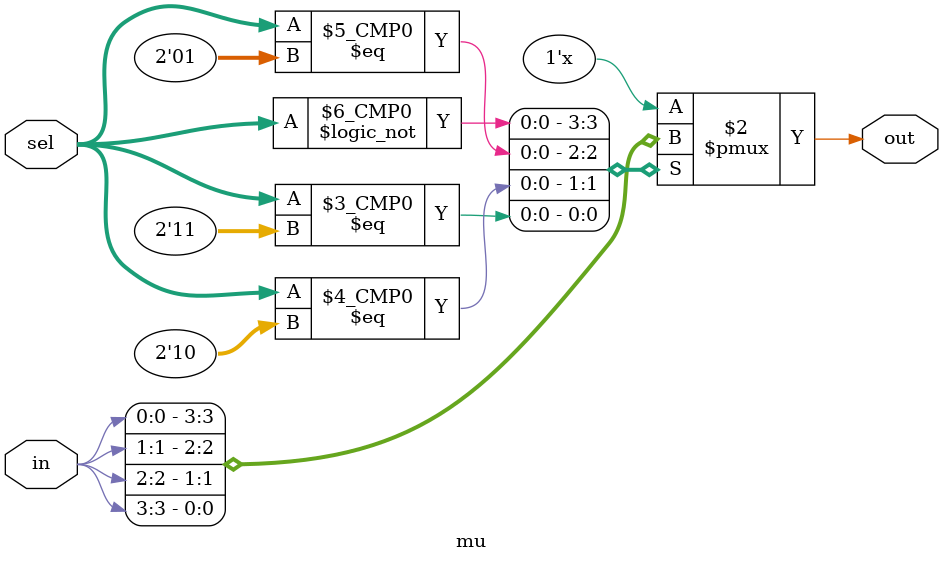
<source format=v>
module mu(input [3:0]in,input [1:0]sel,output reg out);
always@(*)
	begin 
	case(sel)
	2'b00:out<=in[0];
	2'b01:out<=in[1];
	2'b10:out<=in[2];
	2'b11:out<=in[3];
	default : out<=1'b0;
	endcase
	end
endmodule
</source>
